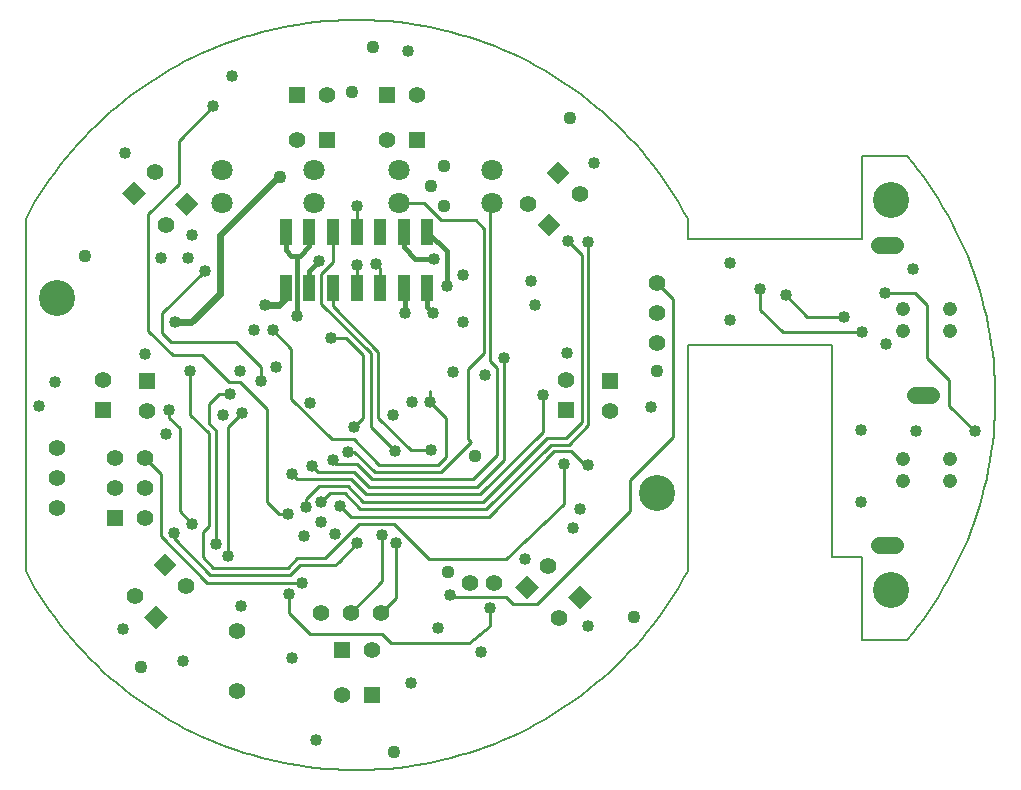
<source format=gbl>
G75*
%MOIN*%
%OFA0B0*%
%FSLAX24Y24*%
%IPPOS*%
%LPD*%
%AMOC8*
5,1,8,0,0,1.08239X$1,22.5*
%
%ADD10C,0.0080*%
%ADD11R,0.0555X0.0555*%
%ADD12C,0.0555*%
%ADD13C,0.0440*%
%ADD14R,0.0555X0.0555*%
%ADD15C,0.0712*%
%ADD16C,0.1200*%
%ADD17R,0.0394X0.0866*%
%ADD18C,0.0476*%
%ADD19C,0.0555*%
%ADD20C,0.0400*%
%ADD21C,0.0436*%
%ADD22C,0.0160*%
%ADD23C,0.0240*%
%ADD24C,0.0100*%
D10*
X005768Y008412D02*
X005768Y020148D01*
X005914Y020415D01*
X006066Y020678D01*
X006225Y020937D01*
X006390Y021192D01*
X006561Y021444D01*
X006739Y021691D01*
X006922Y021933D01*
X007111Y022171D01*
X007305Y022405D01*
X007506Y022633D01*
X007712Y022857D01*
X007923Y023075D01*
X008139Y023289D01*
X008361Y023497D01*
X008588Y023699D01*
X008819Y023896D01*
X009055Y024088D01*
X009296Y024273D01*
X009541Y024453D01*
X009791Y024626D01*
X010044Y024794D01*
X010302Y024955D01*
X010563Y025110D01*
X010829Y025259D01*
X011097Y025401D01*
X011369Y025536D01*
X011645Y025665D01*
X011923Y025787D01*
X012204Y025903D01*
X012488Y026011D01*
X012775Y026112D01*
X013064Y026207D01*
X013355Y026294D01*
X013648Y026375D01*
X013943Y026448D01*
X014240Y026514D01*
X014538Y026573D01*
X014837Y026624D01*
X015138Y026668D01*
X015440Y026705D01*
X015742Y026735D01*
X016046Y026757D01*
X016349Y026772D01*
X016653Y026779D01*
X016957Y026779D01*
X017261Y026772D01*
X017564Y026757D01*
X017868Y026735D01*
X018170Y026705D01*
X018472Y026668D01*
X018773Y026624D01*
X019072Y026573D01*
X019370Y026514D01*
X019667Y026448D01*
X019962Y026375D01*
X020255Y026294D01*
X020546Y026207D01*
X020835Y026112D01*
X021122Y026011D01*
X021406Y025903D01*
X021687Y025787D01*
X021965Y025665D01*
X022241Y025536D01*
X022513Y025401D01*
X022781Y025259D01*
X023047Y025110D01*
X023308Y024955D01*
X023566Y024794D01*
X023819Y024626D01*
X024069Y024453D01*
X024314Y024273D01*
X024555Y024088D01*
X024791Y023896D01*
X025022Y023699D01*
X025249Y023497D01*
X025471Y023289D01*
X025687Y023075D01*
X025898Y022857D01*
X026104Y022633D01*
X026305Y022405D01*
X026499Y022171D01*
X026688Y021933D01*
X026871Y021691D01*
X027049Y021444D01*
X027220Y021192D01*
X027385Y020937D01*
X027544Y020678D01*
X027696Y020415D01*
X027842Y020148D01*
X027841Y020148D02*
X027841Y019497D01*
X033635Y019497D01*
X033635Y022252D01*
X035144Y022252D01*
X032651Y015953D02*
X027841Y015953D01*
X027841Y008412D01*
X032651Y008867D02*
X033635Y008867D01*
X033635Y006111D01*
X035144Y006111D01*
X032651Y008867D02*
X032651Y015953D01*
X035143Y022253D02*
X035336Y022019D01*
X035523Y021781D01*
X035704Y021539D01*
X035879Y021292D01*
X036048Y021041D01*
X036211Y020786D01*
X036367Y020528D01*
X036518Y020265D01*
X036662Y019999D01*
X036799Y019730D01*
X036930Y019457D01*
X037055Y019181D01*
X037172Y018903D01*
X037283Y018621D01*
X037387Y018337D01*
X037484Y018050D01*
X037574Y017762D01*
X037658Y017471D01*
X037734Y017178D01*
X037803Y016883D01*
X037864Y016587D01*
X037919Y016290D01*
X037966Y015991D01*
X038007Y015691D01*
X038039Y015390D01*
X038065Y015089D01*
X038083Y014787D01*
X038094Y014485D01*
X038098Y014182D01*
X038094Y013879D01*
X038083Y013577D01*
X038065Y013275D01*
X038039Y012974D01*
X038007Y012673D01*
X037966Y012373D01*
X037919Y012074D01*
X037864Y011777D01*
X037803Y011481D01*
X037734Y011186D01*
X037658Y010893D01*
X037574Y010602D01*
X037484Y010314D01*
X037387Y010027D01*
X037283Y009743D01*
X037172Y009461D01*
X037055Y009183D01*
X036930Y008907D01*
X036799Y008634D01*
X036662Y008365D01*
X036518Y008099D01*
X036367Y007836D01*
X036211Y007578D01*
X036048Y007323D01*
X035879Y007072D01*
X035704Y006825D01*
X035523Y006583D01*
X035336Y006345D01*
X035143Y006111D01*
X027842Y008412D02*
X027696Y008145D01*
X027544Y007882D01*
X027385Y007623D01*
X027220Y007368D01*
X027049Y007116D01*
X026871Y006869D01*
X026688Y006627D01*
X026499Y006389D01*
X026305Y006155D01*
X026104Y005927D01*
X025898Y005703D01*
X025687Y005485D01*
X025471Y005271D01*
X025249Y005063D01*
X025022Y004861D01*
X024791Y004664D01*
X024555Y004472D01*
X024314Y004287D01*
X024069Y004107D01*
X023819Y003934D01*
X023566Y003766D01*
X023308Y003605D01*
X023047Y003450D01*
X022781Y003301D01*
X022513Y003159D01*
X022241Y003024D01*
X021965Y002895D01*
X021687Y002773D01*
X021406Y002657D01*
X021122Y002549D01*
X020835Y002448D01*
X020546Y002353D01*
X020255Y002266D01*
X019962Y002185D01*
X019667Y002112D01*
X019370Y002046D01*
X019072Y001987D01*
X018773Y001936D01*
X018472Y001892D01*
X018170Y001855D01*
X017868Y001825D01*
X017564Y001803D01*
X017261Y001788D01*
X016957Y001781D01*
X016653Y001781D01*
X016349Y001788D01*
X016046Y001803D01*
X015742Y001825D01*
X015440Y001855D01*
X015138Y001892D01*
X014837Y001936D01*
X014538Y001987D01*
X014240Y002046D01*
X013943Y002112D01*
X013648Y002185D01*
X013355Y002266D01*
X013064Y002353D01*
X012775Y002448D01*
X012488Y002549D01*
X012204Y002657D01*
X011923Y002773D01*
X011645Y002895D01*
X011369Y003024D01*
X011097Y003159D01*
X010829Y003301D01*
X010563Y003450D01*
X010302Y003605D01*
X010044Y003766D01*
X009791Y003934D01*
X009541Y004107D01*
X009296Y004287D01*
X009055Y004472D01*
X008819Y004664D01*
X008588Y004861D01*
X008361Y005063D01*
X008139Y005271D01*
X007923Y005485D01*
X007712Y005703D01*
X007506Y005927D01*
X007305Y006155D01*
X007111Y006389D01*
X006922Y006627D01*
X006739Y006869D01*
X006561Y007116D01*
X006390Y007368D01*
X006225Y007623D01*
X006066Y007882D01*
X005914Y008145D01*
X005768Y008412D01*
D11*
X008755Y010180D03*
X008352Y013770D03*
X009801Y014740D03*
X015805Y022780D03*
X014805Y024280D03*
X017805Y024280D03*
X018805Y022780D03*
X025241Y014747D03*
X023792Y013776D03*
X016305Y005780D03*
X017305Y004280D03*
D12*
X016305Y004280D03*
X017305Y005780D03*
X017605Y007030D03*
X016605Y007030D03*
X015605Y007030D03*
X012805Y006405D03*
X011115Y007919D03*
X009404Y007581D03*
X009755Y010180D03*
X009755Y011180D03*
X008755Y011180D03*
X008755Y012180D03*
X009755Y012180D03*
X009801Y013740D03*
X008352Y014770D03*
X006805Y012530D03*
X006805Y011530D03*
X006805Y010530D03*
X012805Y004405D03*
X020586Y008011D03*
X021373Y008011D03*
X023190Y008594D03*
X023551Y006834D03*
X025241Y013747D03*
X023792Y014776D03*
X026805Y016030D03*
X026805Y017030D03*
X026805Y018030D03*
X024237Y020987D03*
X022512Y020662D03*
X017805Y022780D03*
X018805Y024280D03*
X015805Y024280D03*
X014805Y022780D03*
X010435Y019938D03*
X010086Y021710D03*
D13*
X019730Y021925D03*
X019730Y020588D03*
X020765Y012248D03*
X019840Y008392D03*
D14*
G36*
X022874Y007887D02*
X022483Y007496D01*
X022092Y007887D01*
X022483Y008278D01*
X022874Y007887D01*
G37*
G36*
X023867Y007541D02*
X024258Y007932D01*
X024649Y007541D01*
X024258Y007150D01*
X023867Y007541D01*
G37*
G36*
X010408Y008235D02*
X010017Y008626D01*
X010408Y009017D01*
X010799Y008626D01*
X010408Y008235D01*
G37*
G36*
X010112Y007265D02*
X010503Y006874D01*
X010112Y006483D01*
X009721Y006874D01*
X010112Y007265D01*
G37*
G36*
X023219Y020346D02*
X023610Y019955D01*
X023219Y019564D01*
X022828Y019955D01*
X023219Y020346D01*
G37*
G36*
X023530Y021303D02*
X023139Y021694D01*
X023530Y022085D01*
X023921Y021694D01*
X023530Y021303D01*
G37*
G36*
X010751Y020645D02*
X011142Y021036D01*
X011533Y020645D01*
X011142Y020254D01*
X010751Y020645D01*
G37*
G36*
X009770Y021003D02*
X009379Y020612D01*
X008988Y021003D01*
X009379Y021394D01*
X009770Y021003D01*
G37*
D15*
X012305Y020680D03*
X012305Y021780D03*
X015388Y021780D03*
X015388Y020680D03*
X018221Y020680D03*
X018221Y021780D03*
X021305Y021780D03*
X021305Y020680D03*
D16*
X026805Y011030D03*
X034620Y007784D03*
X034620Y020776D03*
X006805Y017530D03*
D17*
X014442Y017835D03*
X015230Y017835D03*
X016017Y017835D03*
X016805Y017835D03*
X017592Y017835D03*
X018379Y017835D03*
X019167Y017835D03*
X019167Y019725D03*
X018379Y019725D03*
X017592Y019725D03*
X016805Y019725D03*
X016017Y019725D03*
X015230Y019725D03*
X014442Y019725D03*
D18*
X035017Y017134D03*
X035017Y016426D03*
X036592Y016426D03*
X036592Y017134D03*
X036592Y012134D03*
X036592Y011426D03*
X035017Y011426D03*
X035017Y012134D03*
D19*
X035405Y014280D02*
X035960Y014280D01*
X034760Y009280D02*
X034205Y009280D01*
X034205Y019280D02*
X034760Y019280D01*
D20*
X009030Y006480D03*
X011005Y005430D03*
X012955Y007255D03*
X014555Y007655D03*
X014980Y008030D03*
X015055Y009580D03*
X015605Y010055D03*
X015130Y010555D03*
X015630Y010730D03*
X016255Y010580D03*
X016080Y009655D03*
X016805Y009355D03*
X017655Y009605D03*
X018105Y009355D03*
X019905Y007605D03*
X019505Y006530D03*
X020955Y005730D03*
X021255Y007180D03*
X022405Y008830D03*
X024005Y009855D03*
X024255Y010480D03*
X024530Y011955D03*
X023705Y011980D03*
X023005Y014280D03*
X021705Y015530D03*
X021080Y014955D03*
X020005Y015055D03*
X019255Y014055D03*
X018655Y014055D03*
X018005Y013630D03*
X016705Y013205D03*
X016505Y012380D03*
X016005Y012105D03*
X015305Y011930D03*
X014655Y011655D03*
X014530Y010305D03*
X012505Y008930D03*
X012105Y009330D03*
X011330Y009980D03*
X010705Y009680D03*
X010455Y012980D03*
X010555Y013780D03*
X011255Y015080D03*
X012580Y014330D03*
X012355Y013630D03*
X012980Y013680D03*
X013605Y014755D03*
X014130Y015205D03*
X012905Y015080D03*
X013380Y016455D03*
X014005Y016455D03*
X014830Y016930D03*
X013755Y017280D03*
X011743Y018399D03*
X011192Y018850D03*
X011305Y019630D03*
X010293Y018849D03*
X010743Y016699D03*
X009743Y015649D03*
X006755Y014730D03*
X006205Y013930D03*
X015255Y014030D03*
X015955Y016180D03*
X018405Y017030D03*
X019355Y017030D03*
X020355Y016730D03*
X019805Y017930D03*
X020355Y018280D03*
X019380Y018830D03*
X017455Y018655D03*
X016805Y018630D03*
X015555Y018755D03*
X016805Y020580D03*
X012030Y023905D03*
X012655Y024930D03*
X009080Y022355D03*
X018530Y025755D03*
X024730Y022030D03*
X024530Y019380D03*
X023855Y019405D03*
X022605Y018080D03*
X022755Y017280D03*
X023805Y015680D03*
X026630Y013880D03*
X029255Y016780D03*
X030255Y017830D03*
X031105Y017630D03*
X033055Y016880D03*
X033655Y016380D03*
X034455Y015980D03*
X034405Y017680D03*
X035355Y018480D03*
X029255Y018680D03*
X033605Y013130D03*
X035455Y013080D03*
X037405Y013080D03*
X033605Y010730D03*
X024530Y006580D03*
X018605Y004680D03*
X015455Y002780D03*
X014655Y005530D03*
X018080Y012405D03*
X019280Y012455D03*
D21*
X026805Y015080D03*
X019280Y021255D03*
X016655Y024380D03*
X017355Y025880D03*
X014255Y021555D03*
X007755Y018905D03*
X023930Y023505D03*
X026055Y006880D03*
X018055Y002380D03*
X009605Y005230D03*
D22*
X014830Y016930D02*
X014830Y018930D01*
X014630Y018930D01*
X014442Y019117D01*
X014442Y019725D01*
X015230Y019725D02*
X015230Y019255D01*
X014930Y018930D01*
X014830Y018930D01*
X015230Y018430D02*
X015555Y018755D01*
X015230Y018430D02*
X015230Y017835D01*
X014455Y017823D02*
X014455Y017530D01*
X014455Y017823D02*
X014442Y017835D01*
X018379Y017835D02*
X018405Y017810D01*
X018405Y017030D01*
X019167Y017218D02*
X019355Y017030D01*
X019167Y017218D02*
X019167Y017835D01*
X019805Y017930D02*
X019805Y019087D01*
X019167Y019725D01*
X018379Y019725D02*
X018379Y019205D01*
X018755Y018830D01*
X019380Y018830D01*
X018379Y019725D02*
X018355Y019700D01*
D23*
X014455Y017530D02*
X014205Y017280D01*
X013755Y017280D01*
X012248Y017649D02*
X011298Y016699D01*
X010743Y016699D01*
X012248Y017649D02*
X012248Y019616D01*
X014187Y021555D01*
X014255Y021555D01*
D24*
X016017Y019725D02*
X016017Y018718D01*
X015630Y018330D01*
X015630Y017330D01*
X017280Y015680D01*
X017280Y013205D01*
X018080Y012405D01*
X018605Y012455D02*
X017530Y013530D01*
X017530Y015730D01*
X016017Y017242D01*
X016017Y017835D01*
X016805Y017835D02*
X016805Y018630D01*
X017455Y018655D02*
X017592Y018517D01*
X017592Y017835D01*
X016455Y016180D02*
X015955Y016180D01*
X016455Y016180D02*
X017030Y015605D01*
X017030Y013530D01*
X016705Y013205D01*
X016705Y012805D02*
X017555Y011955D01*
X019530Y011955D01*
X019780Y012205D01*
X019780Y013530D01*
X019255Y014055D01*
X019255Y014430D01*
X020530Y015155D02*
X021055Y015680D01*
X021055Y019830D01*
X020780Y020105D01*
X019630Y020105D01*
X019055Y020680D01*
X018221Y020680D01*
X016805Y020580D02*
X016805Y019725D01*
X014005Y016455D02*
X014630Y015830D01*
X014630Y014155D01*
X015980Y012805D01*
X016705Y012805D01*
X016730Y012380D02*
X016505Y012380D01*
X016730Y012380D02*
X017405Y011705D01*
X019605Y011705D01*
X020630Y012730D01*
X020530Y012830D01*
X020530Y015155D01*
X021255Y015405D02*
X021480Y015180D01*
X021480Y012280D01*
X020680Y011480D01*
X017305Y011480D01*
X016805Y011980D01*
X016130Y011980D01*
X016005Y012105D01*
X015505Y011730D02*
X016705Y011730D01*
X017205Y011230D01*
X020805Y011230D01*
X021705Y012130D01*
X021705Y015530D01*
X021255Y015405D02*
X021255Y020630D01*
X021305Y020680D01*
X023855Y019405D02*
X024305Y018955D01*
X024305Y013380D01*
X023780Y012855D01*
X023155Y012855D01*
X021030Y010730D01*
X017030Y010730D01*
X016505Y011255D01*
X015555Y011255D01*
X015130Y010830D01*
X015130Y010555D01*
X015630Y010730D02*
X015905Y011005D01*
X016405Y011005D01*
X016930Y010480D01*
X021130Y010480D01*
X023280Y012630D01*
X023880Y012630D01*
X024530Y013280D01*
X024530Y019380D01*
X026805Y018030D02*
X027355Y017480D01*
X027355Y012880D01*
X025930Y011455D01*
X025930Y010405D01*
X022830Y007305D01*
X022030Y007305D01*
X021780Y007555D01*
X019955Y007555D01*
X019905Y007605D01*
X019230Y008805D02*
X018055Y009980D01*
X016880Y009980D01*
X015755Y008855D01*
X014830Y008855D01*
X014505Y008530D01*
X012030Y008530D01*
X011680Y008880D01*
X011680Y009730D01*
X011880Y009930D01*
X011880Y013005D01*
X011255Y013630D01*
X011255Y015080D01*
X011655Y015605D02*
X012555Y014705D01*
X012930Y014705D01*
X013805Y013830D01*
X013805Y010730D01*
X014230Y010305D01*
X014530Y010305D01*
X014830Y011480D02*
X014655Y011655D01*
X014830Y011480D02*
X016630Y011480D01*
X017130Y010980D01*
X020930Y010980D01*
X023005Y013055D01*
X023005Y014280D01*
X023380Y012405D02*
X023955Y012405D01*
X024405Y011955D01*
X024530Y011955D01*
X023705Y011980D02*
X023705Y010655D01*
X021780Y008805D01*
X019230Y008805D01*
X018105Y009355D02*
X018105Y007530D01*
X017605Y007030D01*
X017655Y006330D02*
X015255Y006330D01*
X014555Y007030D01*
X014555Y007655D01*
X014980Y008030D02*
X011830Y008030D01*
X010280Y009580D01*
X010280Y011655D01*
X009755Y012180D01*
X010905Y013180D02*
X010555Y013530D01*
X010555Y013780D01*
X010905Y013180D02*
X010905Y010405D01*
X011330Y009980D01*
X010705Y009680D02*
X010705Y009505D01*
X011930Y008280D01*
X014580Y008280D01*
X014905Y008605D01*
X016080Y008605D01*
X016205Y008730D01*
X016805Y009355D01*
X017655Y009605D02*
X017655Y008080D01*
X016605Y007030D01*
X017655Y006330D02*
X017955Y006030D01*
X020555Y006030D01*
X021255Y006580D01*
X021255Y007180D01*
X021205Y010230D02*
X023380Y012405D01*
X021205Y010230D02*
X016605Y010230D01*
X016255Y010580D01*
X015505Y011730D02*
X015305Y011930D01*
X012980Y013680D02*
X012505Y013205D01*
X012530Y008955D01*
X012505Y008930D01*
X012105Y009330D02*
X012105Y013105D01*
X011880Y013330D01*
X011880Y013980D01*
X012230Y014330D01*
X012580Y014330D01*
X013605Y014755D02*
X013605Y015230D01*
X012780Y016055D01*
X010630Y016055D01*
X010330Y016355D01*
X010330Y017010D01*
X011743Y018399D01*
X009855Y020305D02*
X009855Y016430D01*
X010680Y015605D01*
X011655Y015605D01*
X009855Y020305D02*
X010880Y021330D01*
X010880Y022755D01*
X012030Y023905D01*
X018605Y012455D02*
X019280Y012455D01*
X030255Y017130D02*
X030255Y017830D01*
X030255Y017130D02*
X031005Y016380D01*
X033655Y016380D01*
X033055Y016880D02*
X031805Y016880D01*
X031105Y017630D01*
X034405Y017680D02*
X035405Y017680D01*
X035805Y017280D01*
X035805Y015530D01*
X036555Y014780D01*
X036555Y013930D01*
X037405Y013080D01*
M02*

</source>
